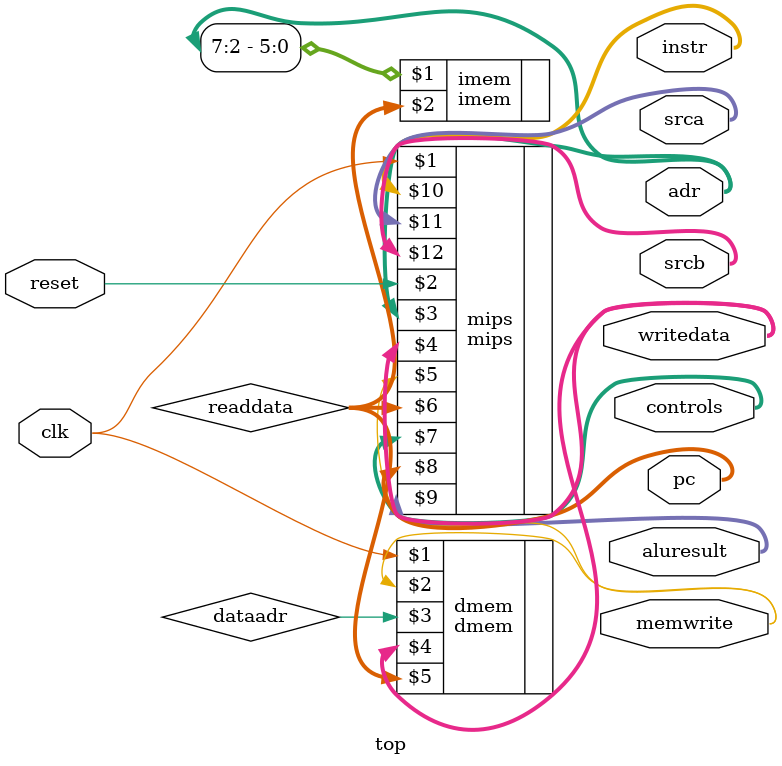
<source format=sv>

module top(input  logic       clk, reset, 
           output logic [31:0] adr, writedata, 
           output logic       memwrite,
	   output logic [31:0] srca, srcb,
	   output logic [14:0] controls,
	   output logic [31:0] pc,
	   output logic [31:0] instr, aluresult);

  logic [31:0] readdata;
  
  // instantiate processor and memories

  mips mips(clk, reset, adr, writedata, memwrite, readdata, controls, pc, aluresult, instr, srca, srcb);

  imem imem(adr[7:2], readdata);

  dmem dmem(clk, memwrite, dataadr, writedata, readdata);

endmodule

</source>
